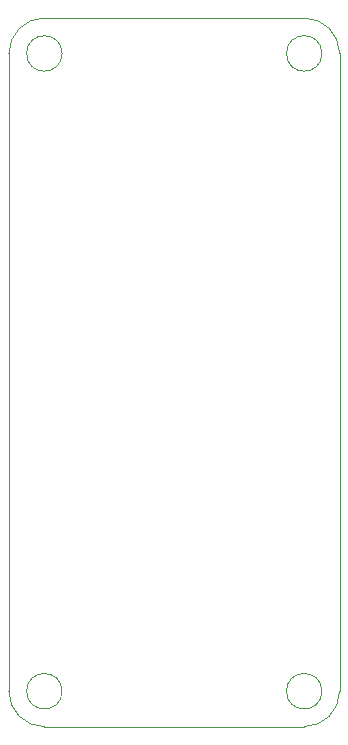
<source format=gbr>
G04 #@! TF.GenerationSoftware,KiCad,Pcbnew,(5.1.5)-3*
G04 #@! TF.CreationDate,2020-05-03T13:25:38+02:00*
G04 #@! TF.ProjectId,SPY_RECORDER-FBV010,5350595f-5245-4434-9f52-4445522d4642,v0.00*
G04 #@! TF.SameCoordinates,PX7d7a120PY7cfe0c0*
G04 #@! TF.FileFunction,Profile,NP*
%FSLAX46Y46*%
G04 Gerber Fmt 4.6, Leading zero omitted, Abs format (unit mm)*
G04 Created by KiCad (PCBNEW (5.1.5)-3) date 2020-05-03 13:25:38*
%MOMM*%
%LPD*%
G04 APERTURE LIST*
%ADD10C,0.100000*%
G04 APERTURE END LIST*
D10*
X-88000Y3103000D02*
X-88000Y57103000D01*
X24912000Y103000D02*
X2912000Y103000D01*
X27912000Y57103000D02*
X27912000Y3103000D01*
X2912000Y60103000D02*
X24912000Y60103000D01*
X-88000Y57103000D02*
G75*
G02X2912000Y60103000I3000000J0D01*
G01*
X24912000Y60103000D02*
G75*
G02X27912000Y57103000I0J-3000000D01*
G01*
X27912000Y3103000D02*
G75*
G02X24912000Y103000I-3000000J0D01*
G01*
X2912000Y103000D02*
G75*
G02X-88000Y3103000I0J3000000D01*
G01*
X4412000Y57103000D02*
G75*
G03X4412000Y57103000I-1500000J0D01*
G01*
X26412000Y57103000D02*
G75*
G03X26412000Y57103000I-1500000J0D01*
G01*
X26412000Y3103000D02*
G75*
G03X26412000Y3103000I-1500000J0D01*
G01*
X4412000Y3103000D02*
G75*
G03X4412000Y3103000I-1500000J0D01*
G01*
M02*

</source>
